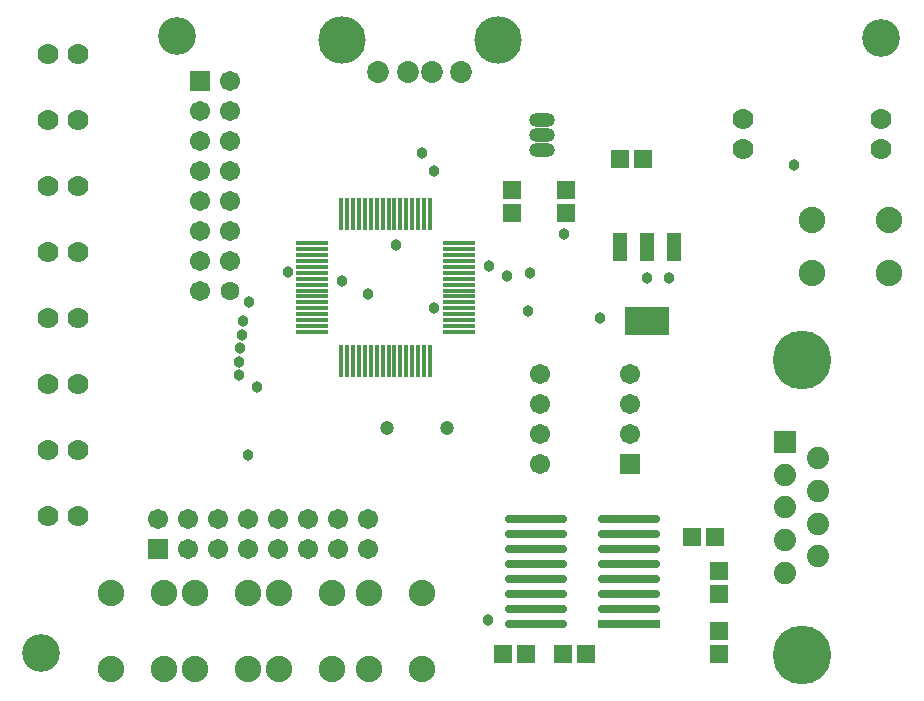
<source format=gts>
%FSLAX25Y25*%
%MOIN*%
G70*
G01*
G75*
G04 Layer_Color=8388736*
%ADD10C,0.01000*%
%ADD11C,0.03000*%
%ADD12C,0.02000*%
%ADD13C,0.00800*%
%ADD14R,0.00984X0.09843*%
%ADD15R,0.09843X0.00984*%
%ADD16R,0.05315X0.05118*%
%ADD17R,0.05118X0.05315*%
%ADD18R,0.20000X0.02000*%
%ADD19O,0.20000X0.02000*%
%ADD20R,0.13780X0.08465*%
%ADD21R,0.04331X0.08465*%
%ADD22R,0.04331X0.08465*%
%ADD23C,0.11811*%
%ADD24C,0.05906*%
%ADD25R,0.05906X0.05906*%
%ADD26C,0.06200*%
%ADD27C,0.08000*%
%ADD28O,0.07874X0.03937*%
%ADD29O,0.07874X0.03937*%
%ADD30C,0.03937*%
%ADD31C,0.03000*%
%ADD32C,0.06500*%
%ADD33C,0.15000*%
%ADD34C,0.05500*%
%ADD35C,0.05906*%
%ADD36R,0.05906X0.05906*%
%ADD37R,0.05906X0.05906*%
%ADD38C,0.06654*%
%ADD39R,0.06654X0.06654*%
%ADD40C,0.18740*%
%ADD41C,0.00787*%
%ADD42C,0.00984*%
%ADD43C,0.00500*%
%ADD44C,0.00600*%
%ADD45C,0.01200*%
%ADD46C,0.00591*%
%ADD47R,0.04520X0.01680*%
%ADD48R,0.01680X0.04520*%
%ADD49R,0.01784X0.10642*%
%ADD50R,0.10642X0.01784*%
%ADD51R,0.06115X0.05918*%
%ADD52R,0.05918X0.06115*%
%ADD53R,0.20800X0.02800*%
%ADD54O,0.20800X0.02800*%
%ADD55R,0.14579X0.09265*%
%ADD56R,0.05131X0.09265*%
%ADD57R,0.05131X0.09265*%
%ADD58C,0.12611*%
%ADD59C,0.06706*%
%ADD60R,0.06706X0.06706*%
%ADD61C,0.07000*%
%ADD62C,0.08800*%
%ADD63O,0.08674X0.04737*%
%ADD64O,0.08674X0.04737*%
%ADD65C,0.04737*%
%ADD66C,0.03800*%
%ADD67C,0.07300*%
%ADD68C,0.15800*%
%ADD69C,0.06300*%
%ADD70C,0.06706*%
%ADD71R,0.06706X0.06706*%
%ADD72R,0.06706X0.06706*%
%ADD73C,0.07453*%
%ADD74R,0.07453X0.07453*%
%ADD75C,0.19540*%
D49*
X312657Y266657D02*
D03*
X310689D02*
D03*
X308720D02*
D03*
X306752D02*
D03*
X304784D02*
D03*
X302815D02*
D03*
X300847D02*
D03*
X298878D02*
D03*
X296909D02*
D03*
X294941D02*
D03*
X292972D02*
D03*
X291004D02*
D03*
X289036D02*
D03*
X287067D02*
D03*
X285099D02*
D03*
X283130D02*
D03*
Y315870D02*
D03*
X285099D02*
D03*
X287067D02*
D03*
X289036D02*
D03*
X291004D02*
D03*
X292972D02*
D03*
X294941D02*
D03*
X296909D02*
D03*
X298878D02*
D03*
X300847D02*
D03*
X302815D02*
D03*
X304784D02*
D03*
X306752D02*
D03*
X308720D02*
D03*
X310689D02*
D03*
X312657D02*
D03*
D50*
X273288Y276500D02*
D03*
Y278468D02*
D03*
Y280437D02*
D03*
Y282405D02*
D03*
Y284374D02*
D03*
Y286343D02*
D03*
Y288311D02*
D03*
Y290280D02*
D03*
Y292248D02*
D03*
Y294216D02*
D03*
Y296185D02*
D03*
Y298153D02*
D03*
Y300122D02*
D03*
Y302091D02*
D03*
Y304059D02*
D03*
Y306028D02*
D03*
X322500D02*
D03*
Y304059D02*
D03*
Y302091D02*
D03*
Y300122D02*
D03*
Y298153D02*
D03*
Y296185D02*
D03*
Y294216D02*
D03*
Y292248D02*
D03*
Y290280D02*
D03*
Y288311D02*
D03*
Y286343D02*
D03*
Y284374D02*
D03*
Y282405D02*
D03*
Y280437D02*
D03*
Y278468D02*
D03*
Y276500D02*
D03*
D51*
X407839Y208000D02*
D03*
X400161D02*
D03*
X357161Y169000D02*
D03*
X364839D02*
D03*
X337161D02*
D03*
X344839D02*
D03*
X383839Y334000D02*
D03*
X376161D02*
D03*
D52*
X409000Y189161D02*
D03*
Y196839D02*
D03*
Y169161D02*
D03*
Y176839D02*
D03*
X358000Y316161D02*
D03*
Y323839D02*
D03*
X340000D02*
D03*
Y316161D02*
D03*
D53*
X379000Y179000D02*
D03*
D54*
Y184000D02*
D03*
Y189000D02*
D03*
Y194000D02*
D03*
Y199000D02*
D03*
Y204000D02*
D03*
Y209000D02*
D03*
Y214000D02*
D03*
X348000Y179000D02*
D03*
Y184000D02*
D03*
Y189000D02*
D03*
Y194000D02*
D03*
Y199000D02*
D03*
Y204000D02*
D03*
Y209000D02*
D03*
Y214000D02*
D03*
D55*
X385000Y280295D02*
D03*
D56*
X375945Y304705D02*
D03*
X394055D02*
D03*
D57*
X385000D02*
D03*
D58*
X228500Y375000D02*
D03*
X463000Y374500D02*
D03*
X183000Y169500D02*
D03*
D59*
X349500Y262500D02*
D03*
Y252500D02*
D03*
Y242500D02*
D03*
Y232500D02*
D03*
X379500Y262500D02*
D03*
Y252500D02*
D03*
Y242500D02*
D03*
D60*
Y232500D02*
D03*
D61*
X417000Y347500D02*
D03*
Y337500D02*
D03*
X463000D02*
D03*
Y347500D02*
D03*
X195500Y369000D02*
D03*
X185500D02*
D03*
X195500Y347000D02*
D03*
X185500D02*
D03*
X195500Y325000D02*
D03*
X185500D02*
D03*
X195500Y303000D02*
D03*
X185500D02*
D03*
X195500Y281000D02*
D03*
X185500D02*
D03*
X195500Y259000D02*
D03*
X185500D02*
D03*
X195500Y237000D02*
D03*
X185500D02*
D03*
X195500Y215000D02*
D03*
X185500D02*
D03*
D62*
X465600Y296000D02*
D03*
Y313700D02*
D03*
X440000D02*
D03*
Y296000D02*
D03*
X224000Y164000D02*
D03*
X206300D02*
D03*
Y189600D02*
D03*
X224000D02*
D03*
X252000Y164000D02*
D03*
X234300D02*
D03*
Y189600D02*
D03*
X252000D02*
D03*
X280000Y164000D02*
D03*
X262300D02*
D03*
Y189600D02*
D03*
X280000D02*
D03*
X310000Y164000D02*
D03*
X292300D02*
D03*
Y189600D02*
D03*
X310000D02*
D03*
D63*
X350000Y337000D02*
D03*
Y347000D02*
D03*
D64*
Y342000D02*
D03*
D65*
X298500Y244500D02*
D03*
X318500D02*
D03*
D66*
X314000Y330000D02*
D03*
X310000Y336000D02*
D03*
X332500Y298500D02*
D03*
X332000Y180500D02*
D03*
X385000Y294500D02*
D03*
X345000Y169000D02*
D03*
X250500Y280000D02*
D03*
X250000Y275500D02*
D03*
X249500Y271000D02*
D03*
X249000Y266500D02*
D03*
Y262000D02*
D03*
X255000Y258000D02*
D03*
X252000Y235500D02*
D03*
X345500Y283500D02*
D03*
X346000Y296000D02*
D03*
X252378Y286500D02*
D03*
X265500Y296500D02*
D03*
X338500Y295000D02*
D03*
X292000Y289000D02*
D03*
X301500Y305500D02*
D03*
X314000Y284500D02*
D03*
X357500Y309000D02*
D03*
X434000Y332000D02*
D03*
X392500Y294500D02*
D03*
X369500Y281000D02*
D03*
X283500Y293500D02*
D03*
D67*
X295500Y363000D02*
D03*
X323060D02*
D03*
X313200D02*
D03*
X305350D02*
D03*
D68*
X283400Y373700D02*
D03*
X335200D02*
D03*
D69*
X246000Y290000D02*
D03*
D70*
X236000D02*
D03*
X246000Y300000D02*
D03*
X236000D02*
D03*
X246000Y310000D02*
D03*
X236000D02*
D03*
X246000Y320000D02*
D03*
X236000D02*
D03*
X246000Y330000D02*
D03*
X236000D02*
D03*
X246000Y340000D02*
D03*
X236000D02*
D03*
X246000Y350000D02*
D03*
X236000D02*
D03*
X246000Y360000D02*
D03*
X292000Y214000D02*
D03*
Y204000D02*
D03*
X282000Y214000D02*
D03*
Y204000D02*
D03*
X272000Y214000D02*
D03*
Y204000D02*
D03*
X262000Y214000D02*
D03*
Y204000D02*
D03*
X252000Y214000D02*
D03*
Y204000D02*
D03*
X242000Y214000D02*
D03*
Y204000D02*
D03*
X232000Y214000D02*
D03*
Y204000D02*
D03*
X222000Y214000D02*
D03*
D71*
X236000Y360000D02*
D03*
D72*
X222000Y204000D02*
D03*
D73*
X431008Y196189D02*
D03*
X442189Y201642D02*
D03*
X431008Y207095D02*
D03*
X442189Y212547D02*
D03*
X431008Y218000D02*
D03*
X442189Y223453D02*
D03*
X431008Y228906D02*
D03*
X442189Y234358D02*
D03*
D74*
X431008Y239811D02*
D03*
D75*
X436598Y267193D02*
D03*
Y168807D02*
D03*
M02*

</source>
